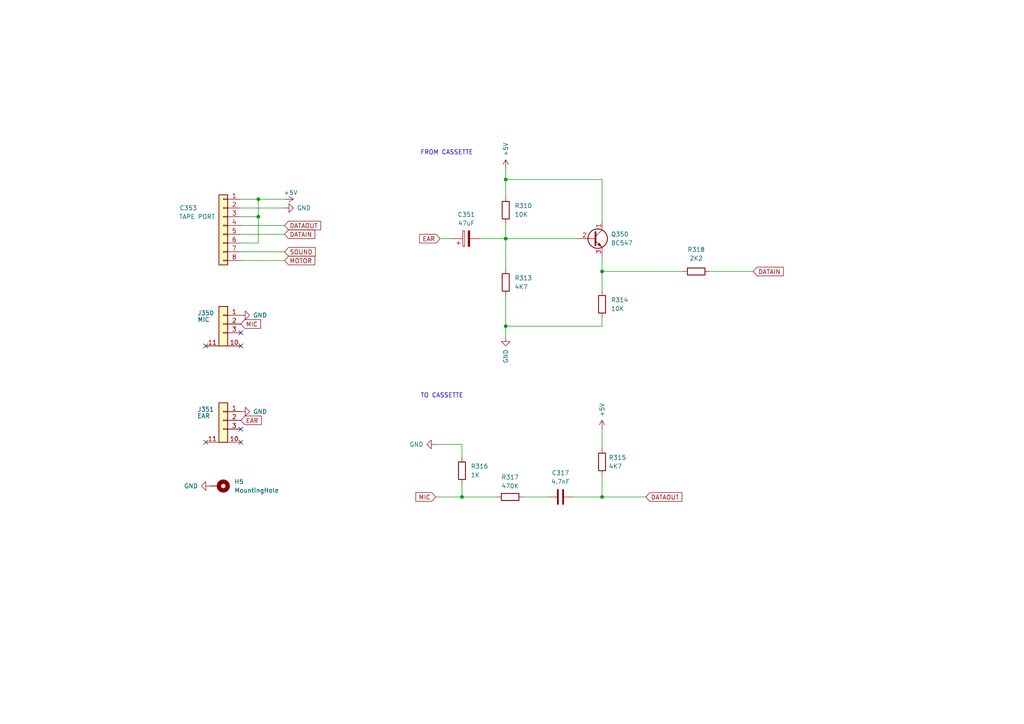
<source format=kicad_sch>
(kicad_sch (version 20211123) (generator eeschema)
  (paper "A4")
  (lib_symbols
    (symbol "CPC464-MINI:AUDIO" (pin_names (offset 1.016) hide)
      (property "Reference" "J103" (at 5.08 3.175 0))
      (property "Value" "AUDIO" (at 5.08 1.27 0))
      (symbol "AUDIO_1_1"
        (rectangle (start -1.27 -2.413) (end 0 -2.667) (stroke (width 0.1524)))
        (rectangle (start -1.27 0.127) (end 0 -0.127) (stroke (width 0.1524)))
        (rectangle (start -1.27 2.667) (end 0 2.413) (stroke (width 0.1524)))
        (rectangle (start -1.27 5.08) (end 1.27 -6.35) (stroke (width 0.254)) (fill (type background)))
        (pin passive line (at -5.08 2.54 0) (length 3.81) (name "1") (number "1"))
        (pin passive line (at -5.08 -6.35 0) (length 3.81) (name "10") (number "10"))
        (pin passive line (at 5.08 -6.35 180) (length 3.81) (name "11") (number "11"))
        (pin passive line (at -5.08 0 0) (length 3.81) (name "2") (number "2"))
        (pin passive line (at -5.08 -2.54 0) (length 3.81) (name "Ground") (number "3"))
      )
    )
    (symbol "Connector_Generic:Conn_01x08" (pin_names (offset 1.016) hide)
      (property "Reference" "J" (at 0 10.16 0))
      (property "Value" "Conn_01x08" (at 0 -12.7 0))
      (symbol "Conn_01x08_1_1"
        (rectangle (start -1.27 -10.033) (end 0 -10.287) (stroke (width 0.1524)))
        (rectangle (start -1.27 -7.493) (end 0 -7.747) (stroke (width 0.1524)))
        (rectangle (start -1.27 -4.953) (end 0 -5.207) (stroke (width 0.1524)))
        (rectangle (start -1.27 -2.413) (end 0 -2.667) (stroke (width 0.1524)))
        (rectangle (start -1.27 0.127) (end 0 -0.127) (stroke (width 0.1524)))
        (rectangle (start -1.27 2.667) (end 0 2.413) (stroke (width 0.1524)))
        (rectangle (start -1.27 5.207) (end 0 4.953) (stroke (width 0.1524)))
        (rectangle (start -1.27 7.747) (end 0 7.493) (stroke (width 0.1524)))
        (rectangle (start -1.27 8.89) (end 1.27 -11.43) (stroke (width 0.254)) (fill (type background)))
        (pin passive line (at -5.08 7.62 0) (length 3.81) (name "Pin_1") (number "1"))
        (pin passive line (at -5.08 5.08 0) (length 3.81) (name "Pin_2") (number "2"))
        (pin passive line (at -5.08 2.54 0) (length 3.81) (name "Pin_3") (number "3"))
        (pin passive line (at -5.08 0 0) (length 3.81) (name "Pin_4") (number "4"))
        (pin passive line (at -5.08 -2.54 0) (length 3.81) (name "Pin_5") (number "5"))
        (pin passive line (at -5.08 -5.08 0) (length 3.81) (name "Pin_6") (number "6"))
        (pin passive line (at -5.08 -7.62 0) (length 3.81) (name "Pin_7") (number "7"))
        (pin passive line (at -5.08 -10.16 0) (length 3.81) (name "Pin_8") (number "8"))
      )
    )
    (symbol "Device:C" (pin_numbers hide) (pin_names (offset 0.254))
      (property "Reference" "C" (at 0.635 2.54 0))
      (property "Value" "C" (at 0.635 -2.54 0))
      (symbol "C_0_1"
        (polyline (pts (xy -2.032 -0.762) (xy 2.032 -0.762)) (stroke (width 0.508)))
        (polyline (pts (xy -2.032 0.762) (xy 2.032 0.762)) (stroke (width 0.508)))
      )
      (symbol "C_1_1"
        (pin passive line (at 0 3.81 270) (length 2.794) (name "~") (number "1"))
        (pin passive line (at 0 -3.81 90) (length 2.794) (name "~") (number "2"))
      )
    )
    (symbol "Device:C_Polarized" (pin_numbers hide) (pin_names (offset 0.254))
      (property "Reference" "C" (at 0.635 2.54 0))
      (property "Value" "C_Polarized" (at 0.635 -2.54 0))
      (symbol "C_Polarized_0_1"
        (rectangle (start -2.286 0.508) (end 2.286 1.016))
        (polyline (pts (xy -1.778 2.286) (xy -0.762 2.286)))
        (polyline (pts (xy -1.27 2.794) (xy -1.27 1.778)))
        (rectangle (start 2.286 -0.508) (end -2.286 -1.016) (fill (type outline)))
      )
      (symbol "C_Polarized_1_1"
        (pin passive line (at 0 3.81 270) (length 2.794) (name "~") (number "1"))
        (pin passive line (at 0 -3.81 90) (length 2.794) (name "~") (number "2"))
      )
    )
    (symbol "Device:R" (pin_numbers hide) (pin_names (offset 0))
      (property "Reference" "R" (at 2.032 0 90))
      (property "Value" "R" (at 0 0 90))
      (symbol "R_0_1"
        (rectangle (start -1.016 -2.54) (end 1.016 2.54) (stroke (width 0.254)))
      )
      (symbol "R_1_1"
        (pin passive line (at 0 3.81 270) (length 1.27) (name "~") (number "1"))
        (pin passive line (at 0 -3.81 90) (length 1.27) (name "~") (number "2"))
      )
    )
    (symbol "Mechanical:MountingHole_Pad" (pin_numbers hide) (pin_names (offset 1.016) hide)
      (property "Reference" "H" (at 0 6.35 0))
      (property "Value" "MountingHole_Pad" (at 0 4.445 0))
      (symbol "MountingHole_Pad_0_1"
        (circle (center 0 1.27) (radius 1.27) (stroke (width 1.27)))
      )
      (symbol "MountingHole_Pad_1_1"
        (pin input line (at 0 -2.54 90) (length 2.54) (name "1") (number "1"))
      )
    )
    (symbol "Transistor_BJT:BC547" (pin_names (offset 0) hide)
      (property "Reference" "Q" (at 5.08 1.905 0))
      (property "Value" "BC547" (at 5.08 0 0))
      (symbol "BC547_0_1"
        (polyline (pts (xy 0 0) (xy 0.635 0)))
        (polyline (pts (xy 0.635 0.635) (xy 2.54 2.54)))
        (polyline (pts (xy 0.635 -0.635) (xy 2.54 -2.54) (xy 2.54 -2.54)))
        (polyline (pts (xy 0.635 1.905) (xy 0.635 -1.905) (xy 0.635 -1.905)) (stroke (width 0.508)))
        (polyline (pts (xy 1.27 -1.778) (xy 1.778 -1.27) (xy 2.286 -2.286) (xy 1.27 -1.778) (xy 1.27 -1.778)) (fill (type outline)))
        (circle (center 1.27 0) (radius 2.8194) (stroke (width 0.254)))
      )
      (symbol "BC547_1_1"
        (pin passive line (at 2.54 5.08 270) (length 2.54) (name "C") (number "1"))
        (pin input line (at -5.08 0 0) (length 5.08) (name "B") (number "2"))
        (pin passive line (at 2.54 -5.08 90) (length 2.54) (name "E") (number "3"))
      )
    )
    (symbol "power:+5V" (power) (pin_names (offset 0))
      (property "Value" "+5V" (at 0 3.556 0))
      (symbol "+5V_0_1"
        (polyline (pts (xy -0.762 1.27) (xy 0 2.54)))
        (polyline (pts (xy 0 0) (xy 0 2.54)))
        (polyline (pts (xy 0 2.54) (xy 0.762 1.27)))
      )
      (symbol "+5V_1_1"
        (pin power_in line (at 0 0 90) (length 0) hide (name "+5V") (number "1"))
      )
    )
    (symbol "power:GND" (power) (pin_names (offset 0))
      (property "Value" "GND" (at 0 -3.81 0))
      (symbol "GND_0_1"
        (polyline (pts (xy 0 0) (xy 0 -1.27) (xy 1.27 -1.27) (xy 0 -2.54) (xy -1.27 -1.27) (xy 0 -1.27)))
      )
      (symbol "GND_1_1"
        (pin power_in line (at 0 0 270) (length 0) hide (name "GND") (number "1"))
      )
    )
  )
  (junction (at 146.685 52.07))
  (junction (at 174.625 144.145))
  (junction (at 133.985 144.145))
  (junction (at 146.685 94.615))
  (junction (at 174.625 78.74))
  (junction (at 146.685 69.215))
  (junction (at 74.93 62.865))
  (junction (at 74.93 57.785))
  (no_connect (at 59.69 100.33))
  (no_connect (at 69.85 100.33))
  (no_connect (at 69.85 96.52))
  (no_connect (at 69.85 124.46))
  (no_connect (at 59.69 128.27))
  (no_connect (at 69.85 128.27))
  (wire (pts (xy 69.85 70.485) (xy 74.93 70.485)))
  (wire (pts (xy 146.685 94.615) (xy 174.625 94.615)))
  (wire (pts (xy 133.985 128.905) (xy 133.985 132.715)))
  (wire (pts (xy 127.635 69.215) (xy 131.445 69.215)))
  (wire (pts (xy 166.37 144.145) (xy 174.625 144.145)))
  (wire (pts (xy 174.625 144.145) (xy 187.325 144.145)))
  (wire (pts (xy 174.625 74.295) (xy 174.625 78.74)))
  (wire (pts (xy 69.85 65.405) (xy 82.55 65.405)))
  (wire (pts (xy 126.365 144.145) (xy 133.985 144.145)))
  (wire (pts (xy 82.55 57.785) (xy 74.93 57.785)))
  (wire (pts (xy 146.685 69.215) (xy 146.685 78.105)))
  (wire (pts (xy 139.065 69.215) (xy 146.685 69.215)))
  (wire (pts (xy 69.85 62.865) (xy 74.93 62.865)))
  (wire (pts (xy 146.685 94.615) (xy 146.685 85.725)))
  (wire (pts (xy 74.93 57.785) (xy 69.85 57.785)))
  (wire (pts (xy 174.625 78.74) (xy 174.625 84.455)))
  (wire (pts (xy 146.685 48.895) (xy 146.685 52.07)))
  (wire (pts (xy 146.685 52.07) (xy 174.625 52.07)))
  (wire (pts (xy 69.85 60.325) (xy 82.55 60.325)))
  (wire (pts (xy 69.85 67.945) (xy 82.55 67.945)))
  (wire (pts (xy 133.985 144.145) (xy 144.145 144.145)))
  (wire (pts (xy 205.74 78.74) (xy 218.44 78.74)))
  (wire (pts (xy 146.685 97.79) (xy 146.685 94.615)))
  (wire (pts (xy 146.685 64.77) (xy 146.685 69.215)))
  (wire (pts (xy 133.985 140.335) (xy 133.985 144.145)))
  (wire (pts (xy 146.685 69.215) (xy 167.005 69.215)))
  (wire (pts (xy 74.93 62.865) (xy 74.93 57.785)))
  (wire (pts (xy 174.625 137.795) (xy 174.625 144.145)))
  (wire (pts (xy 126.365 128.905) (xy 133.985 128.905)))
  (wire (pts (xy 174.625 78.74) (xy 198.12 78.74)))
  (wire (pts (xy 69.85 75.565) (xy 82.55 75.565)))
  (wire (pts (xy 69.85 73.025) (xy 82.55 73.025)))
  (wire (pts (xy 74.93 70.485) (xy 74.93 62.865)))
  (wire (pts (xy 174.625 52.07) (xy 174.625 64.135)))
  (wire (pts (xy 146.685 52.07) (xy 146.685 57.15)))
  (wire (pts (xy 151.765 144.145) (xy 158.75 144.145)))
  (wire (pts (xy 174.625 94.615) (xy 174.625 92.075)))
  (wire (pts (xy 174.625 124.46) (xy 174.625 130.175)))
  (text "TO CASSETTE" (at 121.92 115.57 0) (effects (font (size 1.27 1.27)) (justify left bottom)))
  (text "FROM CASSETTE" (at 121.92 45.085 0) (effects (font (size 1.27 1.27)) (justify left bottom)))
  (global_label "DATAOUT" (shape input) (at 82.55 65.405 0) (property "Intersheet References" "${INTERSHEET_REFS}" (effects hide)))
  (global_label "DATAIN" (shape input) (at 218.44 78.74 0) (property "Intersheet References" "${INTERSHEET_REFS}" (effects hide)))
  (global_label "MIC" (shape input) (at 69.85 93.98 0) (property "Intersheet References" "${INTERSHEET_REFS}" (effects hide)))
  (global_label "DATAIN" (shape input) (at 82.55 67.945 0) (property "Intersheet References" "${INTERSHEET_REFS}" (effects hide)))
  (global_label "EAR" (shape input) (at 127.635 69.215 180) (property "Intersheet References" "${INTERSHEET_REFS}" (effects hide)))
  (global_label "SOUND" (shape input) (at 82.55 73.025 0) (property "Intersheet References" "${INTERSHEET_REFS}" (effects hide)))
  (global_label "EAR" (shape input) (at 69.85 121.92 0) (property "Intersheet References" "${INTERSHEET_REFS}" (effects hide)))
  (global_label "MIC" (shape input) (at 126.365 144.145 180) (property "Intersheet References" "${INTERSHEET_REFS}" (effects hide)))
  (global_label "MOTOR" (shape input) (at 82.55 75.565 0) (property "Intersheet References" "${INTERSHEET_REFS}" (effects hide)))
  (global_label "DATAOUT" (shape input) (at 187.325 144.145 0) (property "Intersheet References" "${INTERSHEET_REFS}" (effects hide)))
  (symbol (lib_id "power:GND") (at 82.55 60.325 90) (unit 1)
    (property "Reference" "#PWR0104" (effects hide))
    (property "Value" "GND" (at 90.17 60.325 90) (effects (justify left)))
  )
  (symbol (lib_id "Transistor_BJT:BC547") (at 172.085 69.215 0) (unit 1)
    (property "Reference" "Q350" (at 177.165 67.9449 0) (effects (justify left)))
    (property "Value" "BC547" (at 177.165 70.4849 0) (effects (justify left)))
    (property "Footprint" "CPC464-MINI:TO92_WIDE" (effects hide))
    (property "Datasheet" "https://www.onsemi.com/pub/Collateral/BC550-D.pdf" (effects hide))
  )
  (symbol (lib_id "Device:R") (at 146.685 60.96 180) (unit 1)
    (property "Reference" "R310" (at 149.225 59.6899 0) (effects (justify right)))
    (property "Value" "10K" (at 149.225 62.2299 0) (effects (justify right)))
    (property "Footprint" "Resistor_THT:R_Axial_DIN0204_L3.6mm_D1.6mm_P7.62mm_Horizontal" (effects hide))
  )
  (symbol (lib_id "Device:R") (at 147.955 144.145 270) (unit 1)
    (property "Reference" "R317" (at 147.955 138.43 90))
    (property "Value" "470K" (at 147.955 140.97 90))
    (property "Footprint" "Resistor_THT:R_Axial_DIN0204_L3.6mm_D1.6mm_P7.62mm_Horizontal" (effects hide))
  )
  (symbol (lib_id "power:GND") (at 69.85 91.44 90) (unit 1)
    (property "Reference" "#PWR0101" (effects hide))
    (property "Value" "GND" (at 77.47 91.44 90) (effects (justify left)))
  )
  (symbol (lib_id "power:+5V") (at 82.55 57.785 270) (mirror x) (unit 1)
    (property "Reference" "#PWR0103" (effects hide))
    (property "Value" "+5V" (at 86.36 55.88 90) (effects (justify right)))
  )
  (symbol (lib_id "Device:R") (at 201.93 78.74 270) (unit 1)
    (property "Reference" "R318" (at 201.93 72.39 90))
    (property "Value" "2K2" (at 201.93 74.93 90))
    (property "Footprint" "Resistor_THT:R_Axial_DIN0204_L3.6mm_D1.6mm_P7.62mm_Horizontal" (effects hide))
  )
  (symbol (lib_id "Device:C") (at 162.56 144.145 90) (unit 1)
    (property "Reference" "C317" (at 162.56 137.16 90))
    (property "Value" "4.7nF" (at 162.56 139.7 90))
    (property "Footprint" "Capacitor_THT:C_Disc_D4.3mm_W1.9mm_P5.00mm" (effects hide))
  )
  (symbol (lib_id "Connector_Generic:Conn_01x08") (at 64.77 65.405 0) (mirror y) (unit 1)
    (property "Reference" "C353" (at 54.61 60.325 0))
    (property "Value" "TAPE PORT" (at 57.15 62.865 0))
    (property "Footprint" "Connector_PinHeader_2.54mm:PinHeader_1x08_P2.54mm_Vertical" (effects hide))
  )
  (symbol (lib_id "Device:R") (at 174.625 88.265 180) (unit 1)
    (property "Reference" "R314" (at 177.165 86.9949 0) (effects (justify right)))
    (property "Value" "10K" (at 177.165 89.5349 0) (effects (justify right)))
    (property "Footprint" "Resistor_THT:R_Axial_DIN0204_L3.6mm_D1.6mm_P7.62mm_Horizontal" (effects hide))
  )
  (symbol (lib_id "power:GND") (at 69.85 119.38 90) (unit 1)
    (property "Reference" "#PWR0102" (effects hide))
    (property "Value" "GND" (at 77.47 119.38 90) (effects (justify left)))
  )
  (symbol (lib_id "power:GND") (at 60.96 140.97 270) (unit 1)
    (property "Reference" "#PWR0112" (effects hide))
    (property "Value" "GND" (at 53.34 140.97 90) (effects (justify left)))
  )
  (symbol (lib_id "CPC464-MINI:AUDIO") (at 64.77 121.92 0) (mirror y) (unit 1)
    (property "Reference" "J351" (at 59.69 118.745 0))
    (property "Value" "EAR" (at 59.055 120.65 0))
    (property "Footprint" "CPC464-MINI:STEREO" (effects hide))
  )
  (symbol (lib_id "Device:C_Polarized") (at 135.255 69.215 90) (unit 1)
    (property "Reference" "C351" (at 135.255 62.23 90))
    (property "Value" "47uF" (at 135.255 64.77 90))
    (property "Footprint" "Capacitor_THT:CP_Radial_D4.0mm_P2.00mm" (effects hide))
  )
  (symbol (lib_id "Device:R") (at 146.685 81.915 180) (unit 1)
    (property "Reference" "R313" (at 149.225 80.6449 0) (effects (justify right)))
    (property "Value" "4K7" (at 149.225 83.1849 0) (effects (justify right)))
    (property "Footprint" "Resistor_THT:R_Axial_DIN0204_L3.6mm_D1.6mm_P7.62mm_Horizontal" (effects hide))
  )
  (symbol (lib_id "power:GND") (at 146.685 97.79 0) (unit 1)
    (property "Reference" "#PWR0106" (effects hide))
    (property "Value" "GND" (at 146.685 105.41 90) (effects (justify left)))
  )
  (symbol (lib_id "power:GND") (at 126.365 128.905 270) (unit 1)
    (property "Reference" "#PWR0108" (effects hide))
    (property "Value" "GND" (at 118.745 128.905 90) (effects (justify left)))
  )
  (symbol (lib_id "power:+5V") (at 146.685 48.895 0) (mirror y) (unit 1)
    (property "Reference" "#PWR0105" (effects hide))
    (property "Value" "+5V" (at 146.685 41.275 90) (effects (justify right)))
  )
  (symbol (lib_id "CPC464-MINI:AUDIO") (at 64.77 93.98 0) (mirror y) (unit 1)
    (property "Reference" "J350" (at 59.69 90.805 0))
    (property "Value" "MIC" (at 59.055 92.71 0))
    (property "Footprint" "CPC464-MINI:STEREO" (effects hide))
  )
  (symbol (lib_id "power:+5V") (at 174.625 124.46 0) (mirror y) (unit 1)
    (property "Reference" "#PWR0107" (effects hide))
    (property "Value" "+5V" (at 174.625 116.84 90) (effects (justify right)))
  )
  (symbol (lib_id "Device:R") (at 174.625 133.985 180) (unit 1)
    (property "Reference" "R315" (at 176.53 132.7149 0) (effects (justify right)))
    (property "Value" "4K7" (at 176.53 135.2549 0) (effects (justify right)))
    (property "Footprint" "Resistor_THT:R_Axial_DIN0204_L3.6mm_D1.6mm_P7.62mm_Horizontal" (effects hide))
  )
  (symbol (lib_id "Mechanical:MountingHole_Pad") (at 63.5 140.97 270) (unit 1)
    (property "Reference" "H5" (at 67.945 139.6999 90) (effects (justify left)))
    (property "Value" "MountingHole" (at 67.945 142.2399 90) (effects (justify left)))
    (property "Footprint" "MountingHole:MountingHole_2.7mm_M2.5_ISO14580_Pad" (effects hide))
  )
  (symbol (lib_id "Device:R") (at 133.985 136.525 180) (unit 1)
    (property "Reference" "R316" (at 136.525 135.2549 0) (effects (justify right)))
    (property "Value" "1K" (at 136.525 137.7949 0) (effects (justify right)))
    (property "Footprint" "Resistor_THT:R_Axial_DIN0204_L3.6mm_D1.6mm_P7.62mm_Horizontal" (effects hide))
  )
)
</source>
